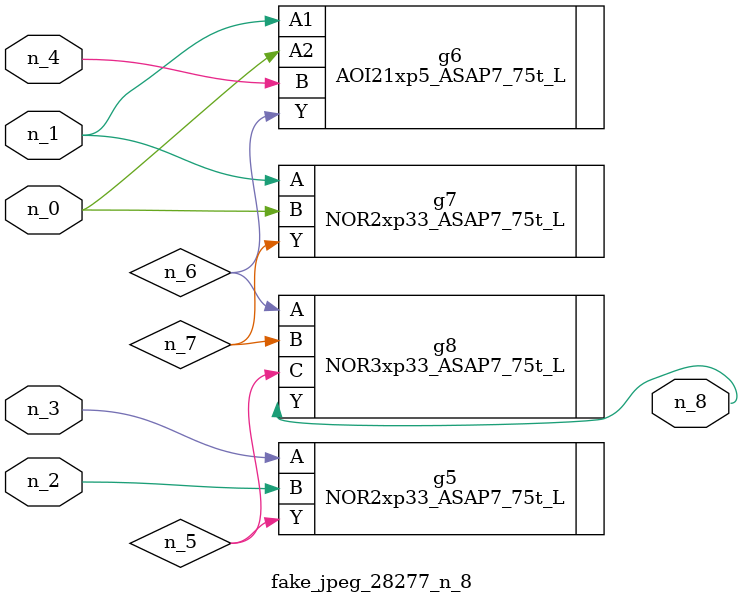
<source format=v>
module fake_jpeg_28277_n_8 (n_3, n_2, n_1, n_0, n_4, n_8);

input n_3;
input n_2;
input n_1;
input n_0;
input n_4;

output n_8;

wire n_6;
wire n_5;
wire n_7;

NOR2xp33_ASAP7_75t_L g5 ( 
.A(n_3),
.B(n_2),
.Y(n_5)
);

AOI21xp5_ASAP7_75t_L g6 ( 
.A1(n_1),
.A2(n_0),
.B(n_4),
.Y(n_6)
);

NOR2xp33_ASAP7_75t_L g7 ( 
.A(n_1),
.B(n_0),
.Y(n_7)
);

NOR3xp33_ASAP7_75t_L g8 ( 
.A(n_6),
.B(n_7),
.C(n_5),
.Y(n_8)
);


endmodule
</source>
